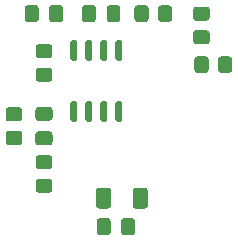
<source format=gbr>
%TF.GenerationSoftware,KiCad,Pcbnew,(5.1.9)-1*%
%TF.CreationDate,2021-10-04T18:28:46-04:00*%
%TF.ProjectId,In9 Music Visualizer RevC,496e3920-4d75-4736-9963-205669737561,rev?*%
%TF.SameCoordinates,Original*%
%TF.FileFunction,Paste,Bot*%
%TF.FilePolarity,Positive*%
%FSLAX46Y46*%
G04 Gerber Fmt 4.6, Leading zero omitted, Abs format (unit mm)*
G04 Created by KiCad (PCBNEW (5.1.9)-1) date 2021-10-04 18:28:46*
%MOMM*%
%LPD*%
G01*
G04 APERTURE LIST*
G04 APERTURE END LIST*
%TO.C,R10*%
G36*
G01*
X60775001Y-66005000D02*
X59874999Y-66005000D01*
G75*
G02*
X59625000Y-65755001I0J249999D01*
G01*
X59625000Y-65054999D01*
G75*
G02*
X59874999Y-64805000I249999J0D01*
G01*
X60775001Y-64805000D01*
G75*
G02*
X61025000Y-65054999I0J-249999D01*
G01*
X61025000Y-65755001D01*
G75*
G02*
X60775001Y-66005000I-249999J0D01*
G01*
G37*
G36*
G01*
X60775001Y-68005000D02*
X59874999Y-68005000D01*
G75*
G02*
X59625000Y-67755001I0J249999D01*
G01*
X59625000Y-67054999D01*
G75*
G02*
X59874999Y-66805000I249999J0D01*
G01*
X60775001Y-66805000D01*
G75*
G02*
X61025000Y-67054999I0J-249999D01*
G01*
X61025000Y-67755001D01*
G75*
G02*
X60775001Y-68005000I-249999J0D01*
G01*
G37*
%TD*%
%TO.C,U2*%
G36*
G01*
X62715000Y-69645000D02*
X63015000Y-69645000D01*
G75*
G02*
X63165000Y-69795000I0J-150000D01*
G01*
X63165000Y-71245000D01*
G75*
G02*
X63015000Y-71395000I-150000J0D01*
G01*
X62715000Y-71395000D01*
G75*
G02*
X62565000Y-71245000I0J150000D01*
G01*
X62565000Y-69795000D01*
G75*
G02*
X62715000Y-69645000I150000J0D01*
G01*
G37*
G36*
G01*
X63985000Y-69645000D02*
X64285000Y-69645000D01*
G75*
G02*
X64435000Y-69795000I0J-150000D01*
G01*
X64435000Y-71245000D01*
G75*
G02*
X64285000Y-71395000I-150000J0D01*
G01*
X63985000Y-71395000D01*
G75*
G02*
X63835000Y-71245000I0J150000D01*
G01*
X63835000Y-69795000D01*
G75*
G02*
X63985000Y-69645000I150000J0D01*
G01*
G37*
G36*
G01*
X65255000Y-69645000D02*
X65555000Y-69645000D01*
G75*
G02*
X65705000Y-69795000I0J-150000D01*
G01*
X65705000Y-71245000D01*
G75*
G02*
X65555000Y-71395000I-150000J0D01*
G01*
X65255000Y-71395000D01*
G75*
G02*
X65105000Y-71245000I0J150000D01*
G01*
X65105000Y-69795000D01*
G75*
G02*
X65255000Y-69645000I150000J0D01*
G01*
G37*
G36*
G01*
X66525000Y-69645000D02*
X66825000Y-69645000D01*
G75*
G02*
X66975000Y-69795000I0J-150000D01*
G01*
X66975000Y-71245000D01*
G75*
G02*
X66825000Y-71395000I-150000J0D01*
G01*
X66525000Y-71395000D01*
G75*
G02*
X66375000Y-71245000I0J150000D01*
G01*
X66375000Y-69795000D01*
G75*
G02*
X66525000Y-69645000I150000J0D01*
G01*
G37*
G36*
G01*
X66525000Y-64495000D02*
X66825000Y-64495000D01*
G75*
G02*
X66975000Y-64645000I0J-150000D01*
G01*
X66975000Y-66095000D01*
G75*
G02*
X66825000Y-66245000I-150000J0D01*
G01*
X66525000Y-66245000D01*
G75*
G02*
X66375000Y-66095000I0J150000D01*
G01*
X66375000Y-64645000D01*
G75*
G02*
X66525000Y-64495000I150000J0D01*
G01*
G37*
G36*
G01*
X65255000Y-64495000D02*
X65555000Y-64495000D01*
G75*
G02*
X65705000Y-64645000I0J-150000D01*
G01*
X65705000Y-66095000D01*
G75*
G02*
X65555000Y-66245000I-150000J0D01*
G01*
X65255000Y-66245000D01*
G75*
G02*
X65105000Y-66095000I0J150000D01*
G01*
X65105000Y-64645000D01*
G75*
G02*
X65255000Y-64495000I150000J0D01*
G01*
G37*
G36*
G01*
X63985000Y-64495000D02*
X64285000Y-64495000D01*
G75*
G02*
X64435000Y-64645000I0J-150000D01*
G01*
X64435000Y-66095000D01*
G75*
G02*
X64285000Y-66245000I-150000J0D01*
G01*
X63985000Y-66245000D01*
G75*
G02*
X63835000Y-66095000I0J150000D01*
G01*
X63835000Y-64645000D01*
G75*
G02*
X63985000Y-64495000I150000J0D01*
G01*
G37*
G36*
G01*
X62715000Y-64495000D02*
X63015000Y-64495000D01*
G75*
G02*
X63165000Y-64645000I0J-150000D01*
G01*
X63165000Y-66095000D01*
G75*
G02*
X63015000Y-66245000I-150000J0D01*
G01*
X62715000Y-66245000D01*
G75*
G02*
X62565000Y-66095000I0J150000D01*
G01*
X62565000Y-64645000D01*
G75*
G02*
X62715000Y-64495000I150000J0D01*
G01*
G37*
%TD*%
%TO.C,R14*%
G36*
G01*
X69980000Y-62680001D02*
X69980000Y-61779999D01*
G75*
G02*
X70229999Y-61530000I249999J0D01*
G01*
X70930001Y-61530000D01*
G75*
G02*
X71180000Y-61779999I0J-249999D01*
G01*
X71180000Y-62680001D01*
G75*
G02*
X70930001Y-62930000I-249999J0D01*
G01*
X70229999Y-62930000D01*
G75*
G02*
X69980000Y-62680001I0J249999D01*
G01*
G37*
G36*
G01*
X67980000Y-62680001D02*
X67980000Y-61779999D01*
G75*
G02*
X68229999Y-61530000I249999J0D01*
G01*
X68930001Y-61530000D01*
G75*
G02*
X69180000Y-61779999I0J-249999D01*
G01*
X69180000Y-62680001D01*
G75*
G02*
X68930001Y-62930000I-249999J0D01*
G01*
X68229999Y-62930000D01*
G75*
G02*
X67980000Y-62680001I0J249999D01*
G01*
G37*
%TD*%
%TO.C,R13*%
G36*
G01*
X67829000Y-78476001D02*
X67829000Y-77225999D01*
G75*
G02*
X68078999Y-76976000I249999J0D01*
G01*
X68879001Y-76976000D01*
G75*
G02*
X69129000Y-77225999I0J-249999D01*
G01*
X69129000Y-78476001D01*
G75*
G02*
X68879001Y-78726000I-249999J0D01*
G01*
X68078999Y-78726000D01*
G75*
G02*
X67829000Y-78476001I0J249999D01*
G01*
G37*
G36*
G01*
X64729000Y-78476001D02*
X64729000Y-77225999D01*
G75*
G02*
X64978999Y-76976000I249999J0D01*
G01*
X65779001Y-76976000D01*
G75*
G02*
X66029000Y-77225999I0J-249999D01*
G01*
X66029000Y-78476001D01*
G75*
G02*
X65779001Y-78726000I-249999J0D01*
G01*
X64978999Y-78726000D01*
G75*
G02*
X64729000Y-78476001I0J249999D01*
G01*
G37*
%TD*%
%TO.C,R12*%
G36*
G01*
X60775001Y-75403000D02*
X59874999Y-75403000D01*
G75*
G02*
X59625000Y-75153001I0J249999D01*
G01*
X59625000Y-74452999D01*
G75*
G02*
X59874999Y-74203000I249999J0D01*
G01*
X60775001Y-74203000D01*
G75*
G02*
X61025000Y-74452999I0J-249999D01*
G01*
X61025000Y-75153001D01*
G75*
G02*
X60775001Y-75403000I-249999J0D01*
G01*
G37*
G36*
G01*
X60775001Y-77403000D02*
X59874999Y-77403000D01*
G75*
G02*
X59625000Y-77153001I0J249999D01*
G01*
X59625000Y-76452999D01*
G75*
G02*
X59874999Y-76203000I249999J0D01*
G01*
X60775001Y-76203000D01*
G75*
G02*
X61025000Y-76452999I0J-249999D01*
G01*
X61025000Y-77153001D01*
G75*
G02*
X60775001Y-77403000I-249999J0D01*
G01*
G37*
%TD*%
%TO.C,R11*%
G36*
G01*
X75060000Y-66998001D02*
X75060000Y-66097999D01*
G75*
G02*
X75309999Y-65848000I249999J0D01*
G01*
X76010001Y-65848000D01*
G75*
G02*
X76260000Y-66097999I0J-249999D01*
G01*
X76260000Y-66998001D01*
G75*
G02*
X76010001Y-67248000I-249999J0D01*
G01*
X75309999Y-67248000D01*
G75*
G02*
X75060000Y-66998001I0J249999D01*
G01*
G37*
G36*
G01*
X73060000Y-66998001D02*
X73060000Y-66097999D01*
G75*
G02*
X73309999Y-65848000I249999J0D01*
G01*
X74010001Y-65848000D01*
G75*
G02*
X74260000Y-66097999I0J-249999D01*
G01*
X74260000Y-66998001D01*
G75*
G02*
X74010001Y-67248000I-249999J0D01*
G01*
X73309999Y-67248000D01*
G75*
G02*
X73060000Y-66998001I0J249999D01*
G01*
G37*
%TD*%
%TO.C,R8*%
G36*
G01*
X73209999Y-63630000D02*
X74110001Y-63630000D01*
G75*
G02*
X74360000Y-63879999I0J-249999D01*
G01*
X74360000Y-64580001D01*
G75*
G02*
X74110001Y-64830000I-249999J0D01*
G01*
X73209999Y-64830000D01*
G75*
G02*
X72960000Y-64580001I0J249999D01*
G01*
X72960000Y-63879999D01*
G75*
G02*
X73209999Y-63630000I249999J0D01*
G01*
G37*
G36*
G01*
X73209999Y-61630000D02*
X74110001Y-61630000D01*
G75*
G02*
X74360000Y-61879999I0J-249999D01*
G01*
X74360000Y-62580001D01*
G75*
G02*
X74110001Y-62830000I-249999J0D01*
G01*
X73209999Y-62830000D01*
G75*
G02*
X72960000Y-62580001I0J249999D01*
G01*
X72960000Y-61879999D01*
G75*
G02*
X73209999Y-61630000I249999J0D01*
G01*
G37*
%TD*%
%TO.C,R7*%
G36*
G01*
X58235001Y-71355000D02*
X57334999Y-71355000D01*
G75*
G02*
X57085000Y-71105001I0J249999D01*
G01*
X57085000Y-70404999D01*
G75*
G02*
X57334999Y-70155000I249999J0D01*
G01*
X58235001Y-70155000D01*
G75*
G02*
X58485000Y-70404999I0J-249999D01*
G01*
X58485000Y-71105001D01*
G75*
G02*
X58235001Y-71355000I-249999J0D01*
G01*
G37*
G36*
G01*
X58235001Y-73355000D02*
X57334999Y-73355000D01*
G75*
G02*
X57085000Y-73105001I0J249999D01*
G01*
X57085000Y-72404999D01*
G75*
G02*
X57334999Y-72155000I249999J0D01*
G01*
X58235001Y-72155000D01*
G75*
G02*
X58485000Y-72404999I0J-249999D01*
G01*
X58485000Y-73105001D01*
G75*
G02*
X58235001Y-73355000I-249999J0D01*
G01*
G37*
%TD*%
%TO.C,C17*%
G36*
G01*
X66871000Y-80739000D02*
X66871000Y-79789000D01*
G75*
G02*
X67121000Y-79539000I250000J0D01*
G01*
X67796000Y-79539000D01*
G75*
G02*
X68046000Y-79789000I0J-250000D01*
G01*
X68046000Y-80739000D01*
G75*
G02*
X67796000Y-80989000I-250000J0D01*
G01*
X67121000Y-80989000D01*
G75*
G02*
X66871000Y-80739000I0J250000D01*
G01*
G37*
G36*
G01*
X64796000Y-80739000D02*
X64796000Y-79789000D01*
G75*
G02*
X65046000Y-79539000I250000J0D01*
G01*
X65721000Y-79539000D01*
G75*
G02*
X65971000Y-79789000I0J-250000D01*
G01*
X65971000Y-80739000D01*
G75*
G02*
X65721000Y-80989000I-250000J0D01*
G01*
X65046000Y-80989000D01*
G75*
G02*
X64796000Y-80739000I0J250000D01*
G01*
G37*
%TD*%
%TO.C,C16*%
G36*
G01*
X59875000Y-61755000D02*
X59875000Y-62705000D01*
G75*
G02*
X59625000Y-62955000I-250000J0D01*
G01*
X58950000Y-62955000D01*
G75*
G02*
X58700000Y-62705000I0J250000D01*
G01*
X58700000Y-61755000D01*
G75*
G02*
X58950000Y-61505000I250000J0D01*
G01*
X59625000Y-61505000D01*
G75*
G02*
X59875000Y-61755000I0J-250000D01*
G01*
G37*
G36*
G01*
X61950000Y-61755000D02*
X61950000Y-62705000D01*
G75*
G02*
X61700000Y-62955000I-250000J0D01*
G01*
X61025000Y-62955000D01*
G75*
G02*
X60775000Y-62705000I0J250000D01*
G01*
X60775000Y-61755000D01*
G75*
G02*
X61025000Y-61505000I250000J0D01*
G01*
X61700000Y-61505000D01*
G75*
G02*
X61950000Y-61755000I0J-250000D01*
G01*
G37*
%TD*%
%TO.C,C15*%
G36*
G01*
X65622500Y-62705000D02*
X65622500Y-61755000D01*
G75*
G02*
X65872500Y-61505000I250000J0D01*
G01*
X66547500Y-61505000D01*
G75*
G02*
X66797500Y-61755000I0J-250000D01*
G01*
X66797500Y-62705000D01*
G75*
G02*
X66547500Y-62955000I-250000J0D01*
G01*
X65872500Y-62955000D01*
G75*
G02*
X65622500Y-62705000I0J250000D01*
G01*
G37*
G36*
G01*
X63547500Y-62705000D02*
X63547500Y-61755000D01*
G75*
G02*
X63797500Y-61505000I250000J0D01*
G01*
X64472500Y-61505000D01*
G75*
G02*
X64722500Y-61755000I0J-250000D01*
G01*
X64722500Y-62705000D01*
G75*
G02*
X64472500Y-62955000I-250000J0D01*
G01*
X63797500Y-62955000D01*
G75*
G02*
X63547500Y-62705000I0J250000D01*
G01*
G37*
%TD*%
%TO.C,C14*%
G36*
G01*
X59850000Y-72205000D02*
X60800000Y-72205000D01*
G75*
G02*
X61050000Y-72455000I0J-250000D01*
G01*
X61050000Y-73130000D01*
G75*
G02*
X60800000Y-73380000I-250000J0D01*
G01*
X59850000Y-73380000D01*
G75*
G02*
X59600000Y-73130000I0J250000D01*
G01*
X59600000Y-72455000D01*
G75*
G02*
X59850000Y-72205000I250000J0D01*
G01*
G37*
G36*
G01*
X59850000Y-70130000D02*
X60800000Y-70130000D01*
G75*
G02*
X61050000Y-70380000I0J-250000D01*
G01*
X61050000Y-71055000D01*
G75*
G02*
X60800000Y-71305000I-250000J0D01*
G01*
X59850000Y-71305000D01*
G75*
G02*
X59600000Y-71055000I0J250000D01*
G01*
X59600000Y-70380000D01*
G75*
G02*
X59850000Y-70130000I250000J0D01*
G01*
G37*
%TD*%
M02*

</source>
